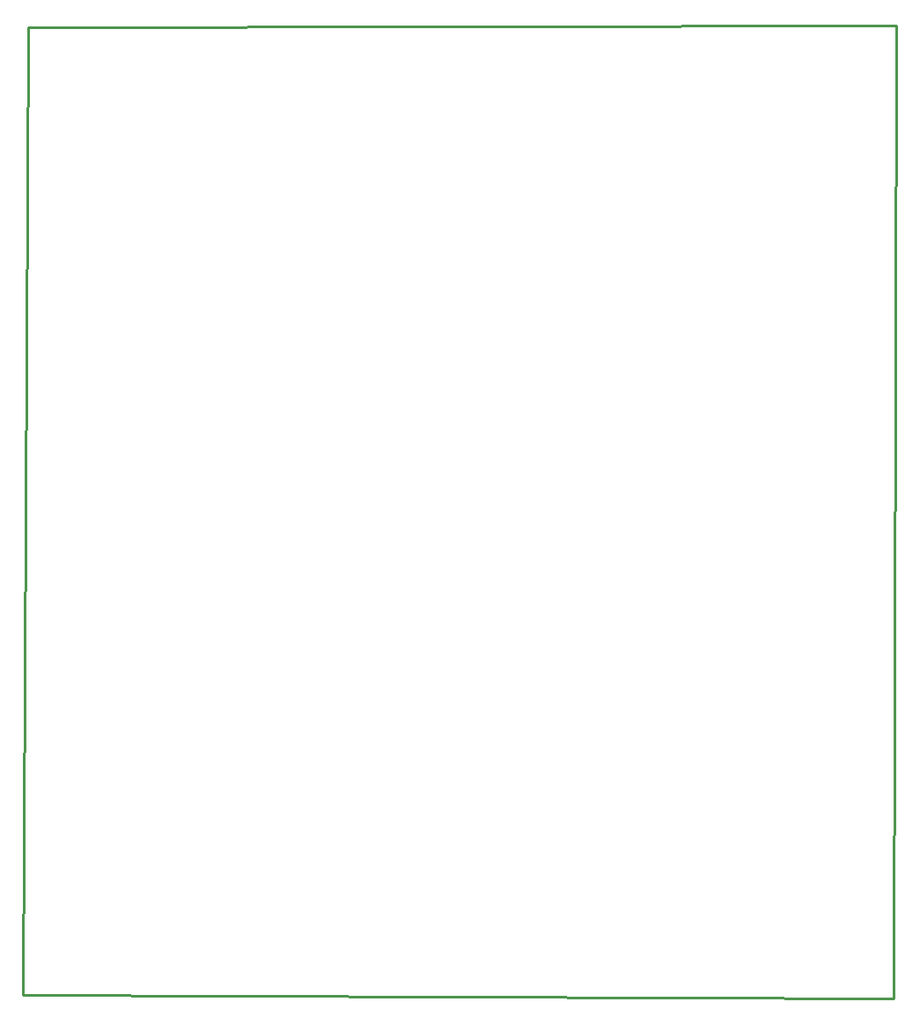
<source format=gbr>
G04 DipTrace 2.4.0.2*
%INBoardOutline.gbr*%
%MOMM*%
%ADD10C,0.254*%
%FSLAX53Y53*%
G04*
G71*
G90*
G75*
G01*
%LNBoardOutline*%
%LPD*%
X10476Y103355D2*
D10*
X93988Y103514D1*
X93670Y10000D1*
X10000Y10318D1*
X10476Y103355D1*
M02*

</source>
